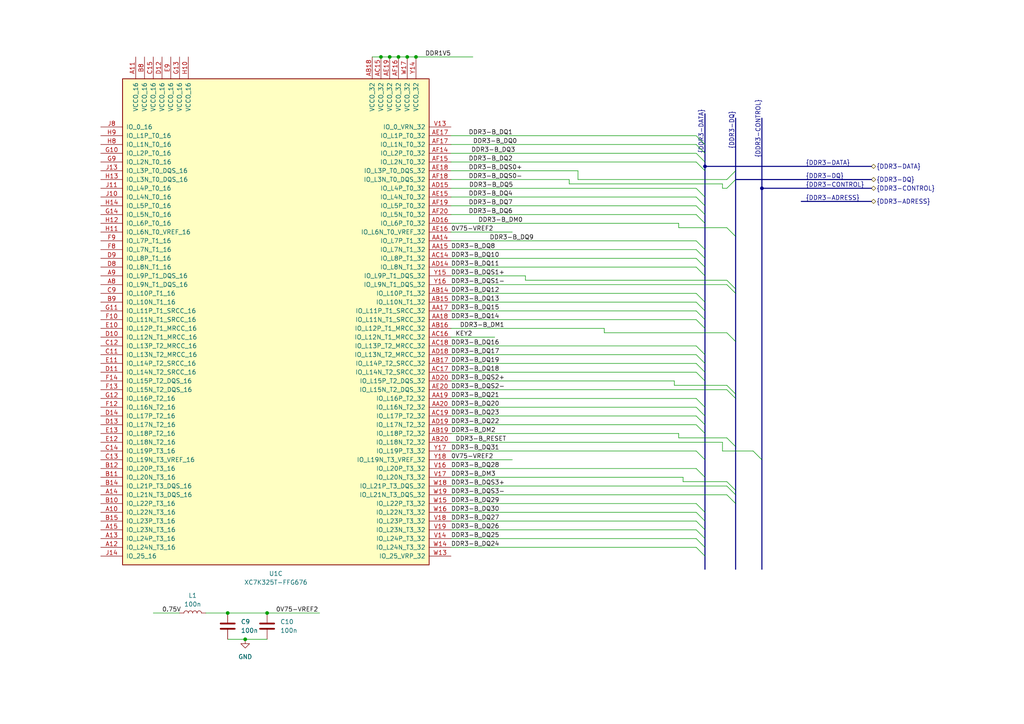
<source format=kicad_sch>
(kicad_sch (version 20230121) (generator eeschema)
  (paper "A4")
  (junction (at 204.47 48.26))
  (junction (at 110.49 16.51))
  (junction (at 66.04 177.8))
  (junction (at 77.47 177.8))
  (junction (at 71.12 185.42))
  (junction (at 118.11 16.51))
  (junction (at 115.57 16.51))
  (junction (at 220.98 54.61))
  (junction (at 120.65 16.51))
  (junction (at 113.03 16.51))
  (bus_entry (at 220.98 133.35) (size -2.54 -2.54))
  (bus_entry (at 201.93 44.45) (size 2.54 2.54))
  (bus_entry (at 213.36 52.07) (size -2.54 2.54))
  (bus_entry (at 204.47 90.17) (size -2.54 -2.54))
  (bus_entry (at 204.47 125.73) (size -2.54 -2.54))
  (bus_entry (at 213.36 85.09) (size -2.54 -2.54))
  (bus_entry (at 213.36 146.05) (size -2.54 -2.54))
  (bus_entry (at 201.93 54.61) (size 2.54 2.54))
  (bus_entry (at 204.47 156.21) (size -2.54 -2.54))
  (bus_entry (at 210.82 66.04) (size 2.54 2.54))
  (bus_entry (at 204.47 120.65) (size -2.54 -2.54))
  (bus_entry (at 204.47 158.75) (size -2.54 -2.54))
  (bus_entry (at 201.93 59.69) (size 2.54 2.54))
  (bus_entry (at 204.47 161.29) (size -2.54 -2.54))
  (bus_entry (at 204.47 138.43) (size -2.54 -2.54))
  (bus_entry (at 204.47 80.01) (size -2.54 -2.54))
  (bus_entry (at 204.47 123.19) (size -2.54 -2.54))
  (bus_entry (at 204.47 92.71) (size -2.54 -2.54))
  (bus_entry (at 204.47 105.41) (size -2.54 -2.54))
  (bus_entry (at 213.36 83.82) (size -2.54 -2.54))
  (bus_entry (at 204.47 118.11) (size -2.54 -2.54))
  (bus_entry (at 201.93 62.23) (size 2.54 2.54))
  (bus_entry (at 213.36 115.57) (size -2.54 -2.54))
  (bus_entry (at 204.47 107.95) (size -2.54 -2.54))
  (bus_entry (at 204.47 102.87) (size -2.54 -2.54))
  (bus_entry (at 213.36 49.53) (size -2.54 2.54))
  (bus_entry (at 204.47 148.59) (size -2.54 -2.54))
  (bus_entry (at 204.47 133.35) (size -2.54 -2.54))
  (bus_entry (at 204.47 74.93) (size -2.54 -2.54))
  (bus_entry (at 204.47 77.47) (size -2.54 -2.54))
  (bus_entry (at 213.36 114.3) (size -2.54 -2.54))
  (bus_entry (at 201.93 46.99) (size 2.54 2.54))
  (bus_entry (at 213.36 142.24) (size -2.54 -2.54))
  (bus_entry (at 213.36 129.54) (size -2.54 -2.54))
  (bus_entry (at 201.93 69.85) (size 2.54 2.54))
  (bus_entry (at 213.36 143.51) (size -2.54 -2.54))
  (bus_entry (at 213.36 99.06) (size -2.54 -2.54))
  (bus_entry (at 201.93 57.15) (size 2.54 2.54))
  (bus_entry (at 204.47 151.13) (size -2.54 -2.54))
  (bus_entry (at 204.47 110.49) (size -2.54 -2.54))
  (bus_entry (at 204.47 153.67) (size -2.54 -2.54))
  (bus_entry (at 204.47 95.25) (size -2.54 -2.54))
  (bus_entry (at 204.47 87.63) (size -2.54 -2.54))
  (bus_entry (at 201.93 41.91) (size 2.54 2.54))
  (bus_entry (at 201.93 39.37) (size 2.54 2.54))
  (bus (pts (xy 204.47 161.29) (xy 204.47 165.1)))
  (bus (pts (xy 213.36 115.57) (xy 213.36 129.54)))
  (bus (pts (xy 204.47 44.45) (xy 204.47 46.99)))
  (wire (pts (xy 130.81 128.27) (xy 209.55 128.27)))
  (wire (pts (xy 130.81 74.93) (xy 201.93 74.93)))
  (bus (pts (xy 204.47 72.39) (xy 204.47 74.93)))
  (wire (pts (xy 130.81 46.99) (xy 201.93 46.99)))
  (wire (pts (xy 130.81 95.25) (xy 175.26 95.25)))
  (wire (pts (xy 130.81 57.15) (xy 201.93 57.15)))
  (wire (pts (xy 130.81 97.79) (xy 143.51 97.79)))
  (bus (pts (xy 220.98 133.35) (xy 220.98 165.1)))
  (wire (pts (xy 130.81 64.77) (xy 196.85 64.77)))
  (bus (pts (xy 204.47 148.59) (xy 204.47 151.13)))
  (wire (pts (xy 195.58 110.49) (xy 195.58 111.76)))
  (wire (pts (xy 201.93 130.81) (xy 130.81 130.81)))
  (wire (pts (xy 209.55 54.61) (xy 210.82 54.61)))
  (wire (pts (xy 130.81 72.39) (xy 201.93 72.39)))
  (wire (pts (xy 130.81 153.67) (xy 201.93 153.67)))
  (wire (pts (xy 130.81 80.01) (xy 152.4 80.01)))
  (wire (pts (xy 201.93 87.63) (xy 130.81 87.63)))
  (bus (pts (xy 204.47 138.43) (xy 204.47 148.59)))
  (bus (pts (xy 204.47 120.65) (xy 204.47 123.19)))
  (wire (pts (xy 107.95 16.51) (xy 110.49 16.51)))
  (wire (pts (xy 130.81 135.89) (xy 201.93 135.89)))
  (wire (pts (xy 130.81 110.49) (xy 195.58 110.49)))
  (wire (pts (xy 130.81 67.31) (xy 148.59 67.31)))
  (wire (pts (xy 130.81 102.87) (xy 201.93 102.87)))
  (bus (pts (xy 204.47 118.11) (xy 204.47 120.65)))
  (bus (pts (xy 204.47 92.71) (xy 204.47 95.25)))
  (wire (pts (xy 130.81 69.85) (xy 201.93 69.85)))
  (wire (pts (xy 210.82 52.07) (xy 167.64 52.07)))
  (wire (pts (xy 196.85 127) (xy 210.82 127)))
  (wire (pts (xy 130.81 146.05) (xy 201.93 146.05)))
  (wire (pts (xy 115.57 16.51) (xy 118.11 16.51)))
  (bus (pts (xy 213.36 146.05) (xy 213.36 165.1)))
  (bus (pts (xy 220.98 54.61) (xy 252.73 54.61)))
  (wire (pts (xy 130.81 138.43) (xy 198.12 138.43)))
  (wire (pts (xy 130.81 107.95) (xy 201.93 107.95)))
  (bus (pts (xy 204.47 107.95) (xy 204.47 110.49)))
  (bus (pts (xy 204.47 125.73) (xy 204.47 133.35)))
  (bus (pts (xy 204.47 102.87) (xy 204.47 105.41)))
  (wire (pts (xy 120.65 16.51) (xy 137.16 16.51)))
  (bus (pts (xy 204.47 158.75) (xy 204.47 161.29)))
  (wire (pts (xy 130.81 44.45) (xy 201.93 44.45)))
  (wire (pts (xy 196.85 64.77) (xy 196.85 66.04)))
  (bus (pts (xy 213.36 52.07) (xy 213.36 68.58)))
  (wire (pts (xy 130.81 54.61) (xy 201.93 54.61)))
  (wire (pts (xy 130.81 85.09) (xy 201.93 85.09)))
  (wire (pts (xy 209.55 130.81) (xy 218.44 130.81)))
  (wire (pts (xy 152.4 81.28) (xy 152.4 80.01)))
  (wire (pts (xy 209.55 128.27) (xy 209.55 130.81)))
  (bus (pts (xy 204.47 151.13) (xy 204.47 153.67)))
  (wire (pts (xy 130.81 148.59) (xy 201.93 148.59)))
  (wire (pts (xy 130.81 113.03) (xy 210.82 113.03)))
  (wire (pts (xy 130.81 39.37) (xy 201.93 39.37)))
  (wire (pts (xy 77.47 177.8) (xy 92.71 177.8)))
  (wire (pts (xy 130.81 52.07) (xy 165.1 52.07)))
  (wire (pts (xy 209.55 53.34) (xy 209.55 54.61)))
  (bus (pts (xy 204.47 48.26) (xy 252.73 48.26)))
  (wire (pts (xy 175.26 96.52) (xy 175.26 95.25)))
  (bus (pts (xy 204.47 59.69) (xy 204.47 62.23)))
  (wire (pts (xy 210.82 140.97) (xy 130.81 140.97)))
  (wire (pts (xy 66.04 177.8) (xy 77.47 177.8)))
  (wire (pts (xy 130.81 158.75) (xy 201.93 158.75)))
  (bus (pts (xy 204.47 41.91) (xy 204.47 44.45)))
  (wire (pts (xy 71.12 185.42) (xy 77.47 185.42)))
  (bus (pts (xy 213.36 129.54) (xy 213.36 142.24)))
  (bus (pts (xy 213.36 34.29) (xy 213.36 49.53)))
  (bus (pts (xy 213.36 142.24) (xy 213.36 143.51)))
  (wire (pts (xy 196.85 66.04) (xy 210.82 66.04)))
  (bus (pts (xy 213.36 52.07) (xy 252.73 52.07)))
  (bus (pts (xy 213.36 49.53) (xy 213.36 52.07)))
  (wire (pts (xy 44.45 177.8) (xy 52.07 177.8)))
  (wire (pts (xy 195.58 111.76) (xy 210.82 111.76)))
  (wire (pts (xy 110.49 16.51) (xy 113.03 16.51)))
  (bus (pts (xy 204.47 33.02) (xy 204.47 41.91)))
  (wire (pts (xy 201.93 115.57) (xy 130.81 115.57)))
  (bus (pts (xy 213.36 83.82) (xy 213.36 85.09)))
  (wire (pts (xy 201.93 151.13) (xy 130.81 151.13)))
  (bus (pts (xy 204.47 95.25) (xy 204.47 102.87)))
  (bus (pts (xy 213.36 85.09) (xy 213.36 99.06)))
  (wire (pts (xy 113.03 16.51) (xy 115.57 16.51)))
  (wire (pts (xy 196.85 125.73) (xy 196.85 127)))
  (wire (pts (xy 130.81 49.53) (xy 167.64 49.53)))
  (bus (pts (xy 204.47 62.23) (xy 204.47 64.77)))
  (wire (pts (xy 130.81 92.71) (xy 201.93 92.71)))
  (bus (pts (xy 213.36 68.58) (xy 213.36 83.82)))
  (bus (pts (xy 204.47 74.93) (xy 204.47 77.47)))
  (bus (pts (xy 204.47 49.53) (xy 204.47 57.15)))
  (wire (pts (xy 130.81 105.41) (xy 201.93 105.41)))
  (wire (pts (xy 130.81 62.23) (xy 201.93 62.23)))
  (bus (pts (xy 204.47 133.35) (xy 204.47 138.43)))
  (wire (pts (xy 130.81 59.69) (xy 201.93 59.69)))
  (bus (pts (xy 220.98 54.61) (xy 220.98 133.35)))
  (bus (pts (xy 204.47 77.47) (xy 204.47 80.01)))
  (wire (pts (xy 130.81 118.11) (xy 201.93 118.11)))
  (wire (pts (xy 130.81 100.33) (xy 201.93 100.33)))
  (bus (pts (xy 204.47 153.67) (xy 204.47 156.21)))
  (bus (pts (xy 213.36 114.3) (xy 213.36 115.57)))
  (bus (pts (xy 204.47 90.17) (xy 204.47 92.71)))
  (bus (pts (xy 204.47 156.21) (xy 204.47 158.75)))
  (bus (pts (xy 204.47 123.19) (xy 204.47 125.73)))
  (bus (pts (xy 204.47 46.99) (xy 204.47 48.26)))
  (bus (pts (xy 213.36 143.51) (xy 213.36 146.05)))
  (bus (pts (xy 204.47 87.63) (xy 204.47 90.17)))
  (bus (pts (xy 204.47 110.49) (xy 204.47 118.11)))
  (wire (pts (xy 210.82 143.51) (xy 130.81 143.51)))
  (wire (pts (xy 198.12 138.43) (xy 198.12 139.7)))
  (wire (pts (xy 130.81 41.91) (xy 201.93 41.91)))
  (wire (pts (xy 130.81 125.73) (xy 196.85 125.73)))
  (wire (pts (xy 210.82 81.28) (xy 152.4 81.28)))
  (bus (pts (xy 204.47 80.01) (xy 204.47 87.63)))
  (wire (pts (xy 130.81 133.35) (xy 148.59 133.35)))
  (wire (pts (xy 130.81 123.19) (xy 201.93 123.19)))
  (bus (pts (xy 204.47 105.41) (xy 204.47 107.95)))
  (bus (pts (xy 213.36 99.06) (xy 213.36 114.3)))
  (wire (pts (xy 165.1 52.07) (xy 165.1 53.34)))
  (wire (pts (xy 66.04 185.42) (xy 71.12 185.42)))
  (wire (pts (xy 59.69 177.8) (xy 66.04 177.8)))
  (bus (pts (xy 204.47 57.15) (xy 204.47 59.69)))
  (wire (pts (xy 130.81 120.65) (xy 201.93 120.65)))
  (wire (pts (xy 198.12 139.7) (xy 210.82 139.7)))
  (bus (pts (xy 232.41 58.42) (xy 252.73 58.42)))
  (bus (pts (xy 204.47 64.77) (xy 204.47 72.39)))
  (wire (pts (xy 210.82 96.52) (xy 175.26 96.52)))
  (wire (pts (xy 118.11 16.51) (xy 120.65 16.51)))
  (bus (pts (xy 204.47 48.26) (xy 204.47 49.53)))
  (wire (pts (xy 130.81 82.55) (xy 210.82 82.55)))
  (wire (pts (xy 130.81 90.17) (xy 201.93 90.17)))
  (wire (pts (xy 130.81 156.21) (xy 201.93 156.21)))
  (wire (pts (xy 130.81 77.47) (xy 201.93 77.47)))
  (wire (pts (xy 167.64 52.07) (xy 167.64 49.53)))
  (bus (pts (xy 220.98 34.29) (xy 220.98 54.61)))
  (wire (pts (xy 165.1 53.34) (xy 209.55 53.34)))
  (label "0V75-VREF2" (at 80.01 177.8 0))
  (label "DDR3-B_DQS0+" (at 135.89 49.53 0))
  (label "{DDR3-CONTROL}" (at 220.98 45.72 90))
  (label "DDR3-B_DQS3-" (at 130.81 143.51 0))
  (label "DDR3-B_DQ8" (at 130.81 72.39 0))
  (label "DDR3-B_DQ0" (at 137.16 41.91 0))
  (label "DDR3-B_DM3" (at 130.81 138.43 0))
  (label "DDR3-B_DQS3+" (at 130.81 140.97 0))
  (label "{DDR3-DQ}" (at 213.36 43.18 90))
  (label "{DDR3-DQ}" (at 233.68 52.07 0))
  (label "DDR3-B_DQ6" (at 135.89 62.23 0))
  (label "DDR3-B_DQ27" (at 130.81 151.13 0))
  (label "DDR3-B_DM1" (at 133.35 95.25 0))
  (label "DDR3-B_DQS1+" (at 130.81 80.01 0))
  (label "DDR3-B_DQ5" (at 136.017 54.61 0))
  (label "DDR3-B_DQ26" (at 130.81 153.67 0))
  (label "DDR1V5" (at 130.81 16.51 180))
  (label "DDR3-B_DQ16" (at 130.81 100.33 0))
  (label "DDR3-B_DQ15" (at 130.81 90.17 0))
  (label "DDR3-B_DQ2" (at 135.89 46.99 0))
  (label "DDR3-B_DQ4" (at 135.89 57.15 0))
  (label "DDR3-B_DQS2-" (at 130.81 113.03 0))
  (label "DDR3-B_DQ9" (at 141.986 69.85 0))
  (label "{DDR3-DATA}" (at 233.68 48.26 0))
  (label "{DDR3-ADRESS}" (at 233.68 58.42 0))
  (label "DDR3-B_DQ3" (at 136.652 44.45 0))
  (label "DDR3-B_DQ23" (at 130.81 120.65 0))
  (label "DDR3-B_DQ11" (at 130.81 77.47 0))
  (label "DDR3-B_DQ13" (at 130.81 87.63 0))
  (label "DDR3-B_DQ20" (at 130.81 118.11 0))
  (label "DDR3-B_DQS2+" (at 130.81 110.49 0))
  (label "DDR3-B_DQ19" (at 130.81 105.41 0))
  (label "DDR3-B_DQ12" (at 130.81 85.09 0))
  (label "DDR3-B_DQ31" (at 130.81 130.81 0))
  (label "DDR3-B_DQ30" (at 130.81 148.59 0))
  (label "0V75-VREF2" (at 130.81 67.31 0))
  (label "0.75V" (at 46.99 177.8 0))
  (label "DDR3-B_DQ17" (at 130.81 102.87 0))
  (label "DDR3-B_DQ18" (at 130.81 107.95 0))
  (label "DDR3-B_DQ1" (at 135.89 39.37 0))
  (label "DDR3-B_DQS1-" (at 130.81 82.55 0))
  (label "{DDR3-DATA}" (at 204.47 44.45 90))
  (label "DDR3-B_DQS0-" (at 135.89 52.07 0))
  (label "KEY2" (at 132.08 97.79 0))
  (label "DDR3-B_DQ22" (at 130.81 123.19 0))
  (label "DDR3-B_DM2" (at 130.81 125.73 0))
  (label "DDR3-B_DQ14" (at 130.81 92.71 0))
  (label "DDR3-B_DQ7" (at 135.89 59.69 0))
  (label "DDR3-B_DQ28" (at 130.81 135.89 0))
  (label "DDR3-B_DQ25" (at 130.81 156.21 0))
  (label "0V75-VREF2" (at 130.81 133.35 0))
  (label "DDR3-B_DQ29" (at 130.81 146.05 0))
  (label "DDR3-B_DM0" (at 138.684 64.77 0))
  (label "DDR3-B_RESET" (at 132.08 128.27 0))
  (label "DDR3-B_DQ21" (at 130.81 115.57 0))
  (label "{DDR3-CONTROL}" (at 233.68 54.61 0))
  (label "DDR3-B_DQ24" (at 130.81 158.75 0))
  (label "DDR3-B_DQ10" (at 130.81 74.93 0))
  (hierarchical_label "{DDR3-DQ}" (shape bidirectional) (at 252.73 52.07 0))
  (hierarchical_label "{DDR3-CONTROL}" (shape bidirectional) (at 252.73 54.61 0))
  (hierarchical_label "{DDR3-ADRESS}" (shape bidirectional) (at 252.73 58.42 0))
  (hierarchical_label "{DDR3-DATA}" (shape bidirectional) (at 252.73 48.26 0))
  (symbol (lib_id "Device:C") (at 66.04 181.61 0) (unit 1)
    (property "Reference" "C9" (at 69.85 180.34 0) (effects (justify left)))
    (property "Value" "100n" (at 69.85 182.88 0) (effects (justify left)))
    (property "Footprint" "Capacitor_SMD:C_0603_1608Metric_Pad1.08x0.95mm_HandSolder" (effects hide))
  )
  (symbol (lib_id "FPGA_Xilinx_Kintex7:XC7K325T-FBG676") (at 80.01 90.17 0) (unit 3)
    (property "Reference" "U1" (at 80.01 166.37 0))
    (property "Value" "XC7K325T-FFG676" (at 80.01 168.91 0))
    (property "Footprint" "Package_BGA:Xilinx_FFG676" (effects hide))
  )
  (symbol (lib_id "Device:C") (at 77.47 181.61 0) (unit 1)
    (property "Reference" "C10" (at 81.28 180.34 0) (effects (justify left)))
    (property "Value" "100n" (at 81.28 182.88 0) (effects (justify left)))
    (property "Footprint" "Capacitor_SMD:C_0603_1608Metric_Pad1.08x0.95mm_HandSolder" (effects hide))
  )
  (symbol (lib_id "Device:L") (at 55.88 177.8 90) (unit 1)
    (property "Reference" "L1" (at 55.88 172.72 90))
    (property "Value" "100n" (at 55.88 175.26 90))
    (property "Footprint" "Inductor_SMD_Wurth:L_Wurth_WE-LQSH-2010" (effects hide))
  )
  (symbol (lib_id "power:GND") (at 71.12 185.42 0) (unit 1)
    (property "Reference" "#PWR017" (effects hide))
    (property "Value" "GND" (at 71.12 190.5 0))
  )
)
</source>
